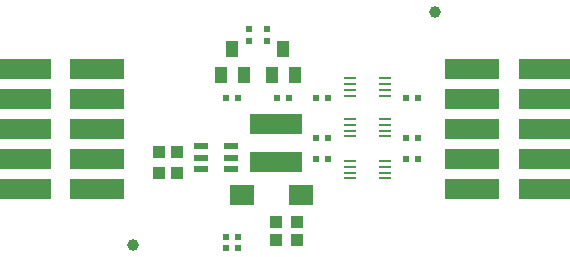
<source format=gbr>
%TF.GenerationSoftware,KiCad,Pcbnew,7.0.9-7.0.9~ubuntu22.04.1*%
%TF.CreationDate,2025-02-28T15:02:42+02:00*%
%TF.ProjectId,UEXT-3TO5V_Rev_A,55455854-2d33-4544-9f35-565f5265765f,A*%
%TF.SameCoordinates,PX68e7780PY76bb820*%
%TF.FileFunction,Paste,Top*%
%TF.FilePolarity,Positive*%
%FSLAX46Y46*%
G04 Gerber Fmt 4.6, Leading zero omitted, Abs format (unit mm)*
G04 Created by KiCad (PCBNEW 7.0.9-7.0.9~ubuntu22.04.1) date 2025-02-28 15:02:42*
%MOMM*%
%LPD*%
G01*
G04 APERTURE LIST*
G04 Aperture macros list*
%AMOutline4P*
0 Free polygon, 4 corners , with rotation*
0 The origin of the aperture is its center*
0 number of corners: always 4*
0 $1 to $8 corner X, Y*
0 $9 Rotation angle, in degrees counterclockwise*
0 create outline with 4 corners*
4,1,4,$1,$2,$3,$4,$5,$6,$7,$8,$1,$2,$9*%
G04 Aperture macros list end*
%ADD10C,1.000000*%
%ADD11R,0.500000X0.550000*%
%ADD12Outline4P,-0.850000X-2.275000X0.850000X-2.275000X0.850000X2.275000X-0.850000X2.275000X90.000000*%
%ADD13R,1.016000X1.016000*%
%ADD14R,0.550000X0.500000*%
%ADD15R,0.980000X0.230000*%
%ADD16R,1.200000X0.550000*%
%ADD17R,2.000000X1.700000*%
%ADD18R,1.000000X1.400000*%
%ADD19R,4.500000X1.750000*%
G04 APERTURE END LIST*
D10*
%TO.C,FID4*%
X12174000Y1691000D03*
%TD*%
D11*
%TO.C,C6*%
X35288000Y14137000D03*
X36304000Y14137000D03*
%TD*%
D12*
%TO.C,UEXT_3V3*%
X2875000Y6420000D03*
X9125000Y6420000D03*
X2875000Y8960000D03*
X9125000Y8960000D03*
X2875000Y11500000D03*
X9125000Y11500000D03*
X2875000Y14040000D03*
X9125000Y14040000D03*
X2875000Y16580000D03*
X9125000Y16580000D03*
%TD*%
D13*
%TO.C,C10*%
X26017000Y2072000D03*
X24239000Y2072000D03*
%TD*%
D11*
%TO.C,R6*%
X20048000Y2326000D03*
X21064000Y2326000D03*
%TD*%
D14*
%TO.C,R3*%
X21953000Y18963000D03*
X21953000Y19979000D03*
%TD*%
D15*
%TO.C,U3*%
X33486000Y14276000D03*
X33486000Y14776000D03*
X33486000Y15276000D03*
X33486000Y15776000D03*
X30486000Y15776000D03*
X30486000Y15276000D03*
X30486000Y14776000D03*
X30486000Y14276000D03*
%TD*%
D16*
%TO.C,U4*%
X20459100Y8107000D03*
X20459100Y9057000D03*
X20459100Y10007000D03*
X17858900Y10007000D03*
X17858900Y9057000D03*
X17858900Y8107000D03*
%TD*%
D17*
%TO.C,D1*%
X26358000Y5882000D03*
X21358000Y5882000D03*
%TD*%
D11*
%TO.C,R5*%
X21064000Y1437000D03*
X20048000Y1437000D03*
%TD*%
%TO.C,C4*%
X35288000Y8930000D03*
X36304000Y8930000D03*
%TD*%
%TO.C,R2*%
X25382000Y14137000D03*
X24366000Y14137000D03*
%TD*%
%TO.C,C5*%
X28684000Y14137000D03*
X27668000Y14137000D03*
%TD*%
%TO.C,C2*%
X35288000Y10708000D03*
X36304000Y10708000D03*
%TD*%
D10*
%TO.C,FID2*%
X37701000Y21376000D03*
%TD*%
D18*
%TO.C,FET1*%
X19606040Y16077560D03*
X21508500Y16077560D03*
X20553460Y18287360D03*
%TD*%
D13*
%TO.C,C9*%
X26017000Y3596000D03*
X24239000Y3596000D03*
%TD*%
D15*
%TO.C,U1*%
X33486000Y10847000D03*
X33486000Y11347000D03*
X33486000Y11847000D03*
X33486000Y12347000D03*
X30486000Y12347000D03*
X30486000Y11847000D03*
X30486000Y11347000D03*
X30486000Y10847000D03*
%TD*%
D14*
%TO.C,R4*%
X23477000Y18963000D03*
X23477000Y19979000D03*
%TD*%
D11*
%TO.C,R1*%
X20048000Y14137000D03*
X21064000Y14137000D03*
%TD*%
D18*
%TO.C,FET2*%
X23924040Y16077560D03*
X25826500Y16077560D03*
X24871460Y18287360D03*
%TD*%
D19*
%TO.C,L1*%
X24239000Y8727000D03*
X24239000Y11927000D03*
%TD*%
D13*
%TO.C,C8*%
X15857000Y9565000D03*
X15857000Y7787000D03*
%TD*%
D15*
%TO.C,U2*%
X30486000Y8791000D03*
X30486000Y8291000D03*
X30486000Y7791000D03*
X30486000Y7291000D03*
X33486000Y7291000D03*
X33486000Y7791000D03*
X33486000Y8291000D03*
X33486000Y8791000D03*
%TD*%
D12*
%TO.C,UEXT_5V0*%
X40875000Y6420000D03*
X47125000Y6420000D03*
X40875000Y8960000D03*
X47125000Y8960000D03*
X40875000Y11500000D03*
X47125000Y11500000D03*
X40875000Y14040000D03*
X47125000Y14040000D03*
X40875000Y16580000D03*
X47125000Y16580000D03*
%TD*%
D11*
%TO.C,C1*%
X28684000Y10708000D03*
X27668000Y10708000D03*
%TD*%
%TO.C,C3*%
X28684000Y8930000D03*
X27668000Y8930000D03*
%TD*%
D13*
%TO.C,C7*%
X14333000Y9565000D03*
X14333000Y7787000D03*
%TD*%
M02*

</source>
